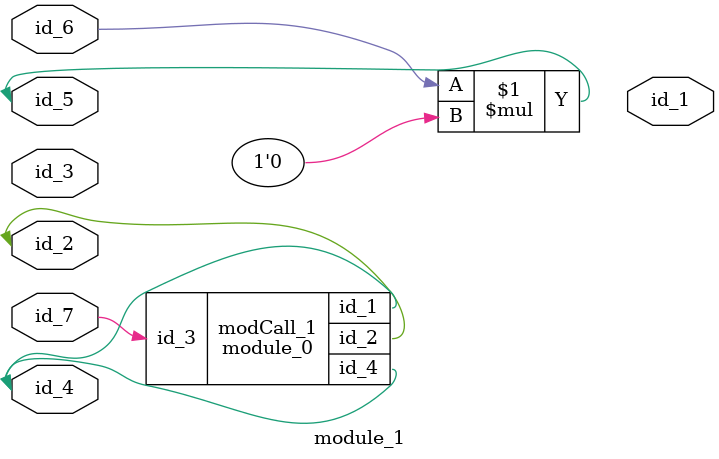
<source format=v>
module module_0 (
    id_1,
    id_2,
    id_3,
    id_4
);
  inout wire id_4;
  input wire id_3;
  inout wire id_2;
  inout wire id_1;
  wire id_5;
endmodule
module module_1 (
    id_1,
    id_2,
    id_3,
    id_4,
    id_5,
    id_6,
    id_7
);
  input wire id_7;
  input wire id_6;
  inout wire id_5;
  inout wire id_4;
  inout wire id_3;
  inout wire id_2;
  output wire id_1;
  assign id_5 = id_6 * 1'b0;
  assign id_3[1] = id_5;
  module_0 modCall_1 (
      id_4,
      id_2,
      id_7,
      id_4
  );
endmodule

</source>
